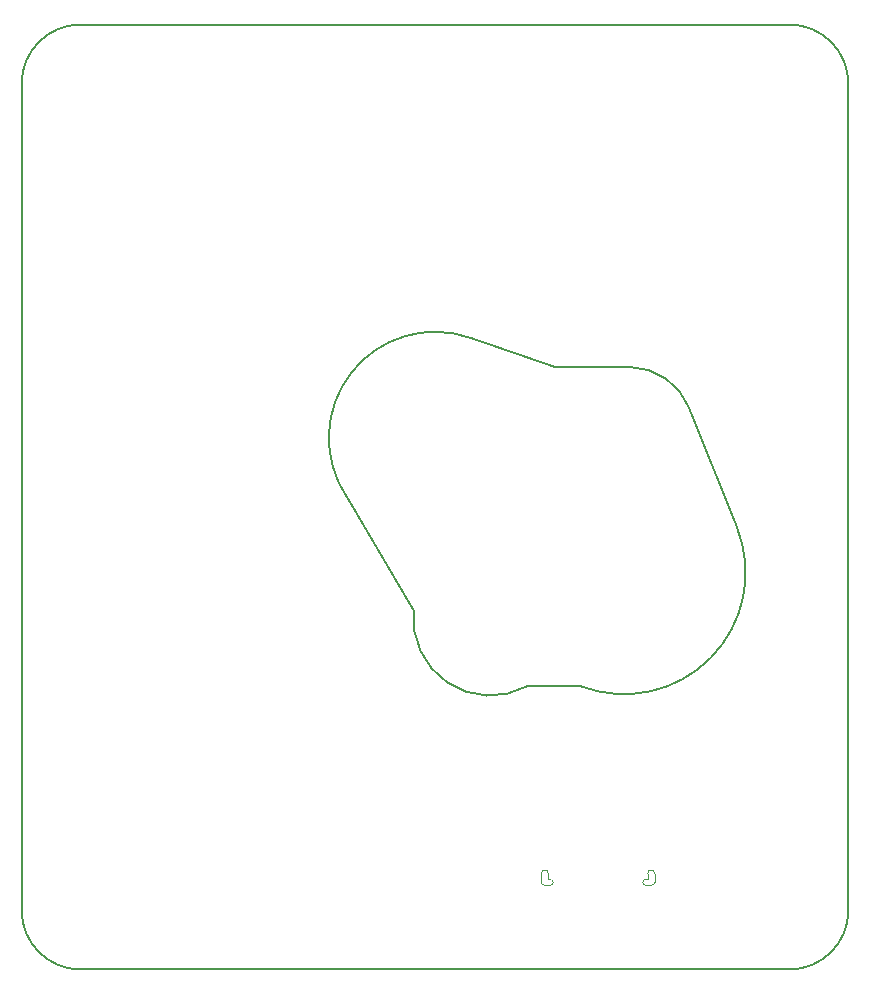
<source format=gbr>
G04 #@! TF.GenerationSoftware,KiCad,Pcbnew,7.0.7*
G04 #@! TF.CreationDate,2023-12-06T21:13:40-05:00*
G04 #@! TF.ProjectId,SARD_Motherboard,53415244-5f4d-46f7-9468-6572626f6172,rev?*
G04 #@! TF.SameCoordinates,Original*
G04 #@! TF.FileFunction,Profile,NP*
%FSLAX46Y46*%
G04 Gerber Fmt 4.6, Leading zero omitted, Abs format (unit mm)*
G04 Created by KiCad (PCBNEW 7.0.7) date 2023-12-06 21:13:40*
%MOMM*%
%LPD*%
G01*
G04 APERTURE LIST*
G04 #@! TA.AperFunction,Profile*
%ADD10C,0.150000*%
G04 #@! TD*
G04 #@! TA.AperFunction,Profile*
%ADD11C,0.100000*%
G04 #@! TD*
G04 APERTURE END LIST*
D10*
X153040004Y-91539989D02*
G75*
G03*
X142550000Y-105025000I-3038994J-8458561D01*
G01*
X171525000Y-97475000D02*
X175564847Y-107579056D01*
X160200000Y-94000000D02*
X153040000Y-91540000D01*
X162359999Y-121030003D02*
G75*
G03*
X175564847Y-107579056I3642601J9631143D01*
G01*
X148210012Y-114610001D02*
G75*
G03*
X157780000Y-121030000I6468888J-699899D01*
G01*
X166500000Y-94000000D02*
X160200000Y-94000000D01*
X162360000Y-121030000D02*
X157780000Y-121030000D01*
X120000000Y-65000000D02*
G75*
G03*
X115000000Y-70000000I0J-5000000D01*
G01*
X185000000Y-70000000D02*
X185000000Y-140000000D01*
X180000000Y-145000000D02*
X120000000Y-145000000D01*
X115000000Y-140000000D02*
X115000000Y-70000000D01*
X185000000Y-70000000D02*
G75*
G03*
X180000000Y-65000000I-5000000J0D01*
G01*
X120000000Y-65000000D02*
X180000000Y-65000000D01*
X180000000Y-145000000D02*
G75*
G03*
X185000000Y-140000000I0J5000000D01*
G01*
X171525000Y-97475000D02*
G75*
G03*
X166499722Y-93990344I-5125000J-2025000D01*
G01*
X148210000Y-114610000D02*
X142550000Y-105025000D01*
X115000000Y-140000000D02*
G75*
G03*
X120000000Y-145000000I5000000J0D01*
G01*
D11*
X159000000Y-137630000D02*
X159000000Y-136880000D01*
X159600000Y-136880000D02*
X159600000Y-137380000D01*
X159600000Y-137380000D02*
X159750000Y-137380000D01*
X159750000Y-137880000D02*
X159300000Y-137880000D01*
X167850000Y-137380000D02*
X168000000Y-137380000D01*
X168000000Y-137380000D02*
X168000000Y-136880000D01*
X168300000Y-137880000D02*
X167850000Y-137880000D01*
X168600000Y-136880000D02*
X168600000Y-137630000D01*
X159600000Y-136880000D02*
G75*
G03*
X159000000Y-136880000I-300000J0D01*
G01*
X159000000Y-137630000D02*
G75*
G03*
X159300000Y-137880000I275000J25000D01*
G01*
X159750000Y-137880000D02*
G75*
G03*
X159750000Y-137380000I0J250000D01*
G01*
X167850000Y-137380000D02*
G75*
G03*
X167850000Y-137880000I0J-250000D01*
G01*
X168600000Y-136880000D02*
G75*
G03*
X168000000Y-136880000I-300000J0D01*
G01*
X168300000Y-137880000D02*
G75*
G03*
X168600000Y-137630000I25000J275000D01*
G01*
M02*

</source>
